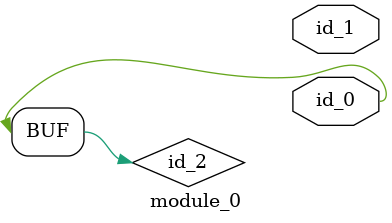
<source format=v>
module module_0 (
    output id_0,
    output id_1
);
  assign id_2[1'b0 : 1'b0] = 1;
  assign id_0 = id_2;
endmodule
`timescale 1ps / 1ps

</source>
